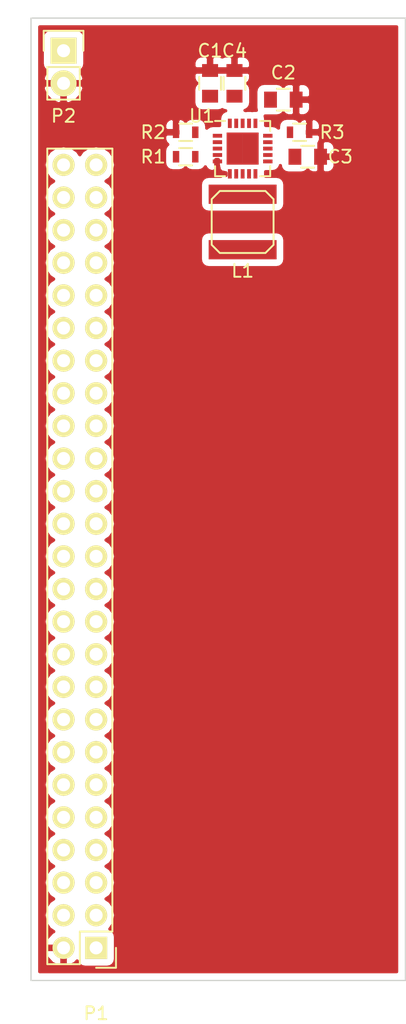
<source format=kicad_pcb>
(kicad_pcb (version 4) (host pcbnew "(2015-06-16 BZR 5762, Git d3b3131)-product")

  (general
    (links 29)
    (no_connects 21)
    (area 0 0 0 0)
    (thickness 1.6)
    (drawings 5)
    (tracks 0)
    (zones 0)
    (modules 11)
    (nets 60)
  )

  (page A4)
  (layers
    (0 F.Cu signal)
    (31 B.Cu signal)
    (32 B.Adhes user)
    (33 F.Adhes user)
    (34 B.Paste user)
    (35 F.Paste user)
    (36 B.SilkS user)
    (37 F.SilkS user)
    (38 B.Mask user)
    (39 F.Mask user)
    (40 Dwgs.User user)
    (41 Cmts.User user)
    (42 Eco1.User user)
    (43 Eco2.User user)
    (44 Edge.Cuts user)
    (45 Margin user)
    (46 B.CrtYd user)
    (47 F.CrtYd user)
    (48 B.Fab user)
    (49 F.Fab user)
  )

  (setup
    (last_trace_width 0.25)
    (user_trace_width 0.5)
    (user_trace_width 0.75)
    (trace_clearance 0.2)
    (zone_clearance 0.508)
    (zone_45_only no)
    (trace_min 0.2)
    (segment_width 0.2)
    (edge_width 0.1)
    (via_size 0.6)
    (via_drill 0.4)
    (via_min_size 0.4)
    (via_min_drill 0.3)
    (uvia_size 0.3)
    (uvia_drill 0.1)
    (uvias_allowed no)
    (uvia_min_size 0.2)
    (uvia_min_drill 0.1)
    (pcb_text_width 0.3)
    (pcb_text_size 1.5 1.5)
    (mod_edge_width 0.15)
    (mod_text_size 1 1)
    (mod_text_width 0.15)
    (pad_size 1.5 1.5)
    (pad_drill 0.6)
    (pad_to_mask_clearance 0)
    (aux_axis_origin 0 0)
    (visible_elements FFFEFF7F)
    (pcbplotparams
      (layerselection 0x00030_80000001)
      (usegerberextensions false)
      (excludeedgelayer true)
      (linewidth 0.100000)
      (plotframeref false)
      (viasonmask false)
      (mode 1)
      (useauxorigin false)
      (hpglpennumber 1)
      (hpglpenspeed 20)
      (hpglpendiameter 15)
      (hpglpenoverlay 2)
      (psnegative false)
      (psa4output false)
      (plotreference true)
      (plotvalue true)
      (plotinvisibletext false)
      (padsonsilk false)
      (subtractmaskfromsilk false)
      (outputformat 1)
      (mirror false)
      (drillshape 1)
      (scaleselection 1)
      (outputdirectory ""))
  )

  (net 0 "")
  (net 1 "Net-(C1-Pad1)")
  (net 2 GND)
  (net 3 "Net-(C2-Pad1)")
  (net 4 "Net-(C3-Pad1)")
  (net 5 VDD)
  (net 6 "Net-(L1-Pad2)")
  (net 7 "Net-(P1-Pad1)")
  (net 8 "Net-(P1-Pad4)")
  (net 9 "Net-(P1-Pad5)")
  (net 10 "Net-(P1-Pad6)")
  (net 11 "Net-(P1-Pad7)")
  (net 12 "Net-(P1-Pad8)")
  (net 13 "Net-(P1-Pad9)")
  (net 14 "Net-(P1-Pad10)")
  (net 15 "Net-(P1-Pad11)")
  (net 16 "Net-(P1-Pad12)")
  (net 17 "Net-(P1-Pad13)")
  (net 18 "Net-(P1-Pad14)")
  (net 19 "Net-(P1-Pad15)")
  (net 20 "Net-(P1-Pad16)")
  (net 21 "Net-(P1-Pad17)")
  (net 22 "Net-(P1-Pad18)")
  (net 23 "Net-(P1-Pad19)")
  (net 24 "Net-(P1-Pad20)")
  (net 25 "Net-(P1-Pad21)")
  (net 26 "Net-(P1-Pad22)")
  (net 27 "Net-(P1-Pad23)")
  (net 28 "Net-(P1-Pad24)")
  (net 29 "Net-(P1-Pad25)")
  (net 30 "Net-(P1-Pad26)")
  (net 31 "Net-(P1-Pad27)")
  (net 32 "Net-(P1-Pad28)")
  (net 33 "Net-(P1-Pad29)")
  (net 34 "Net-(P1-Pad30)")
  (net 35 "Net-(P1-Pad31)")
  (net 36 "Net-(P1-Pad32)")
  (net 37 "Net-(P1-Pad33)")
  (net 38 "Net-(P1-Pad34)")
  (net 39 "Net-(P1-Pad35)")
  (net 40 "Net-(P1-Pad36)")
  (net 41 "Net-(P1-Pad37)")
  (net 42 "Net-(P1-Pad38)")
  (net 43 "Net-(P1-Pad39)")
  (net 44 "Net-(P1-Pad40)")
  (net 45 "Net-(P1-Pad41)")
  (net 46 "Net-(P1-Pad42)")
  (net 47 "Net-(P1-Pad43)")
  (net 48 "Net-(P1-Pad44)")
  (net 49 "Net-(P1-Pad45)")
  (net 50 "Net-(P1-Pad46)")
  (net 51 "Net-(P1-Pad47)")
  (net 52 "Net-(P1-Pad48)")
  (net 53 "Net-(P1-Pad49)")
  (net 54 "Net-(P1-Pad50)")
  (net 55 "Net-(P2-Pad1)")
  (net 56 "Net-(R1-Pad1)")
  (net 57 "Net-(R1-Pad2)")
  (net 58 "Net-(R3-Pad2)")
  (net 59 "Net-(U1-Pad9)")

  (net_class Default "This is the default net class."
    (clearance 0.2)
    (trace_width 0.25)
    (via_dia 0.6)
    (via_drill 0.4)
    (uvia_dia 0.3)
    (uvia_drill 0.1)
    (add_net GND)
    (add_net "Net-(C1-Pad1)")
    (add_net "Net-(C2-Pad1)")
    (add_net "Net-(C3-Pad1)")
    (add_net "Net-(L1-Pad2)")
    (add_net "Net-(P1-Pad1)")
    (add_net "Net-(P1-Pad10)")
    (add_net "Net-(P1-Pad11)")
    (add_net "Net-(P1-Pad12)")
    (add_net "Net-(P1-Pad13)")
    (add_net "Net-(P1-Pad14)")
    (add_net "Net-(P1-Pad15)")
    (add_net "Net-(P1-Pad16)")
    (add_net "Net-(P1-Pad17)")
    (add_net "Net-(P1-Pad18)")
    (add_net "Net-(P1-Pad19)")
    (add_net "Net-(P1-Pad20)")
    (add_net "Net-(P1-Pad21)")
    (add_net "Net-(P1-Pad22)")
    (add_net "Net-(P1-Pad23)")
    (add_net "Net-(P1-Pad24)")
    (add_net "Net-(P1-Pad25)")
    (add_net "Net-(P1-Pad26)")
    (add_net "Net-(P1-Pad27)")
    (add_net "Net-(P1-Pad28)")
    (add_net "Net-(P1-Pad29)")
    (add_net "Net-(P1-Pad30)")
    (add_net "Net-(P1-Pad31)")
    (add_net "Net-(P1-Pad32)")
    (add_net "Net-(P1-Pad33)")
    (add_net "Net-(P1-Pad34)")
    (add_net "Net-(P1-Pad35)")
    (add_net "Net-(P1-Pad36)")
    (add_net "Net-(P1-Pad37)")
    (add_net "Net-(P1-Pad38)")
    (add_net "Net-(P1-Pad39)")
    (add_net "Net-(P1-Pad4)")
    (add_net "Net-(P1-Pad40)")
    (add_net "Net-(P1-Pad41)")
    (add_net "Net-(P1-Pad42)")
    (add_net "Net-(P1-Pad43)")
    (add_net "Net-(P1-Pad44)")
    (add_net "Net-(P1-Pad45)")
    (add_net "Net-(P1-Pad46)")
    (add_net "Net-(P1-Pad47)")
    (add_net "Net-(P1-Pad48)")
    (add_net "Net-(P1-Pad49)")
    (add_net "Net-(P1-Pad5)")
    (add_net "Net-(P1-Pad50)")
    (add_net "Net-(P1-Pad6)")
    (add_net "Net-(P1-Pad7)")
    (add_net "Net-(P1-Pad8)")
    (add_net "Net-(P1-Pad9)")
    (add_net "Net-(P2-Pad1)")
    (add_net "Net-(R1-Pad1)")
    (add_net "Net-(R1-Pad2)")
    (add_net "Net-(R3-Pad2)")
    (add_net "Net-(U1-Pad9)")
    (add_net VDD)
  )

  (module Capacitors_SMD:C_0805 (layer F.Cu) (tedit 55E867D5) (tstamp 55E858A5)
    (at 154.94 86.36 90)
    (descr "Capacitor SMD 0805, reflow soldering, AVX (see smccp.pdf)")
    (tags "capacitor 0805")
    (path /55E80CF7)
    (attr smd)
    (fp_text reference C1 (at 2.54 0 180) (layer F.SilkS)
      (effects (font (size 1 1) (thickness 0.15)))
    )
    (fp_text value C (at 0 2.1 90) (layer F.Fab)
      (effects (font (size 1 1) (thickness 0.15)))
    )
    (fp_line (start -1.8 -1) (end 1.8 -1) (layer F.CrtYd) (width 0.05))
    (fp_line (start -1.8 1) (end 1.8 1) (layer F.CrtYd) (width 0.05))
    (fp_line (start -1.8 -1) (end -1.8 1) (layer F.CrtYd) (width 0.05))
    (fp_line (start 1.8 -1) (end 1.8 1) (layer F.CrtYd) (width 0.05))
    (fp_line (start 0.5 -0.85) (end -0.5 -0.85) (layer F.SilkS) (width 0.15))
    (fp_line (start -0.5 0.85) (end 0.5 0.85) (layer F.SilkS) (width 0.15))
    (pad 1 smd rect (at -1 0 90) (size 1 1.25) (layers F.Cu F.Paste F.Mask)
      (net 1 "Net-(C1-Pad1)"))
    (pad 2 smd rect (at 1 0 90) (size 1 1.25) (layers F.Cu F.Paste F.Mask)
      (net 2 GND))
    (model Capacitors_SMD.3dshapes/C_0805.wrl
      (at (xyz 0 0 0))
      (scale (xyz 1 1 1))
      (rotate (xyz 0 0 0))
    )
  )

  (module Capacitors_SMD:C_0805 (layer F.Cu) (tedit 5415D6EA) (tstamp 55E858AB)
    (at 160.655 87.63)
    (descr "Capacitor SMD 0805, reflow soldering, AVX (see smccp.pdf)")
    (tags "capacitor 0805")
    (path /55E80B53)
    (attr smd)
    (fp_text reference C2 (at 0 -2.1) (layer F.SilkS)
      (effects (font (size 1 1) (thickness 0.15)))
    )
    (fp_text value C (at 0 2.1) (layer F.Fab)
      (effects (font (size 1 1) (thickness 0.15)))
    )
    (fp_line (start -1.8 -1) (end 1.8 -1) (layer F.CrtYd) (width 0.05))
    (fp_line (start -1.8 1) (end 1.8 1) (layer F.CrtYd) (width 0.05))
    (fp_line (start -1.8 -1) (end -1.8 1) (layer F.CrtYd) (width 0.05))
    (fp_line (start 1.8 -1) (end 1.8 1) (layer F.CrtYd) (width 0.05))
    (fp_line (start 0.5 -0.85) (end -0.5 -0.85) (layer F.SilkS) (width 0.15))
    (fp_line (start -0.5 0.85) (end 0.5 0.85) (layer F.SilkS) (width 0.15))
    (pad 1 smd rect (at -1 0) (size 1 1.25) (layers F.Cu F.Paste F.Mask)
      (net 3 "Net-(C2-Pad1)"))
    (pad 2 smd rect (at 1 0) (size 1 1.25) (layers F.Cu F.Paste F.Mask)
      (net 2 GND))
    (model Capacitors_SMD.3dshapes/C_0805.wrl
      (at (xyz 0 0 0))
      (scale (xyz 1 1 1))
      (rotate (xyz 0 0 0))
    )
  )

  (module Capacitors_SMD:C_0805 (layer F.Cu) (tedit 55E867EF) (tstamp 55E858B1)
    (at 162.56 92.075)
    (descr "Capacitor SMD 0805, reflow soldering, AVX (see smccp.pdf)")
    (tags "capacitor 0805")
    (path /55E84A4E)
    (attr smd)
    (fp_text reference C3 (at 2.54 0) (layer F.SilkS)
      (effects (font (size 1 1) (thickness 0.15)))
    )
    (fp_text value C (at 0 2.1) (layer F.Fab)
      (effects (font (size 1 1) (thickness 0.15)))
    )
    (fp_line (start -1.8 -1) (end 1.8 -1) (layer F.CrtYd) (width 0.05))
    (fp_line (start -1.8 1) (end 1.8 1) (layer F.CrtYd) (width 0.05))
    (fp_line (start -1.8 -1) (end -1.8 1) (layer F.CrtYd) (width 0.05))
    (fp_line (start 1.8 -1) (end 1.8 1) (layer F.CrtYd) (width 0.05))
    (fp_line (start 0.5 -0.85) (end -0.5 -0.85) (layer F.SilkS) (width 0.15))
    (fp_line (start -0.5 0.85) (end 0.5 0.85) (layer F.SilkS) (width 0.15))
    (pad 1 smd rect (at -1 0) (size 1 1.25) (layers F.Cu F.Paste F.Mask)
      (net 4 "Net-(C3-Pad1)"))
    (pad 2 smd rect (at 1 0) (size 1 1.25) (layers F.Cu F.Paste F.Mask)
      (net 2 GND))
    (model Capacitors_SMD.3dshapes/C_0805.wrl
      (at (xyz 0 0 0))
      (scale (xyz 1 1 1))
      (rotate (xyz 0 0 0))
    )
  )

  (module Capacitors_SMD:C_0805 (layer F.Cu) (tedit 55E867D2) (tstamp 55E858B7)
    (at 156.845 86.36 90)
    (descr "Capacitor SMD 0805, reflow soldering, AVX (see smccp.pdf)")
    (tags "capacitor 0805")
    (path /55E8645A)
    (attr smd)
    (fp_text reference C4 (at 2.54 0 180) (layer F.SilkS)
      (effects (font (size 1 1) (thickness 0.15)))
    )
    (fp_text value C (at 0 2.1 90) (layer F.Fab)
      (effects (font (size 1 1) (thickness 0.15)))
    )
    (fp_line (start -1.8 -1) (end 1.8 -1) (layer F.CrtYd) (width 0.05))
    (fp_line (start -1.8 1) (end 1.8 1) (layer F.CrtYd) (width 0.05))
    (fp_line (start -1.8 -1) (end -1.8 1) (layer F.CrtYd) (width 0.05))
    (fp_line (start 1.8 -1) (end 1.8 1) (layer F.CrtYd) (width 0.05))
    (fp_line (start 0.5 -0.85) (end -0.5 -0.85) (layer F.SilkS) (width 0.15))
    (fp_line (start -0.5 0.85) (end 0.5 0.85) (layer F.SilkS) (width 0.15))
    (pad 1 smd rect (at -1 0 90) (size 1 1.25) (layers F.Cu F.Paste F.Mask)
      (net 5 VDD))
    (pad 2 smd rect (at 1 0 90) (size 1 1.25) (layers F.Cu F.Paste F.Mask)
      (net 2 GND))
    (model Capacitors_SMD.3dshapes/C_0805.wrl
      (at (xyz 0 0 0))
      (scale (xyz 1 1 1))
      (rotate (xyz 0 0 0))
    )
  )

  (module Inductors:SELF-WE-TPC_M (layer F.Cu) (tedit 55E86816) (tstamp 55E858BD)
    (at 157.48 97.155 90)
    (descr "SELF WE-TPC/M")
    (path /55E80F7F)
    (attr smd)
    (fp_text reference L1 (at -3.81 0 180) (layer F.SilkS)
      (effects (font (size 1 1) (thickness 0.15)))
    )
    (fp_text value INDUCTOR (at 0.8001 0 180) (layer F.Fab)
      (effects (font (size 1 1) (thickness 0.15)))
    )
    (fp_line (start 0 -2.413) (end 1.778 -2.413) (layer F.SilkS) (width 0.15))
    (fp_line (start 1.778 -2.413) (end 2.413 -1.778) (layer F.SilkS) (width 0.15))
    (fp_line (start 2.413 -1.778) (end 2.413 1.778) (layer F.SilkS) (width 0.15))
    (fp_line (start 2.413 1.778) (end 1.778 2.413) (layer F.SilkS) (width 0.15))
    (fp_line (start 1.778 2.413) (end -1.778 2.413) (layer F.SilkS) (width 0.15))
    (fp_line (start -1.778 2.413) (end -2.413 1.778) (layer F.SilkS) (width 0.15))
    (fp_line (start -2.413 1.778) (end -2.413 -1.778) (layer F.SilkS) (width 0.15))
    (fp_line (start -2.413 -1.778) (end -1.778 -2.413) (layer F.SilkS) (width 0.15))
    (fp_line (start -1.778 -2.413) (end 0 -2.413) (layer F.SilkS) (width 0.15))
    (pad 1 smd rect (at -2.159 0 90) (size 1.50114 5.30098) (layers F.Cu F.Paste F.Mask)
      (net 5 VDD))
    (pad 2 smd rect (at 2.159 0 90) (size 1.50114 5.30098) (layers F.Cu F.Paste F.Mask)
      (net 6 "Net-(L1-Pad2)"))
    (model Inductors.3dshapes/SELF-WE-TPC_M.wrl
      (at (xyz 0 0 0))
      (scale (xyz 0.4 0.4 0.1))
      (rotate (xyz 0 0 0))
    )
  )

  (module Pin_Headers:Pin_Header_Straight_2x25 (layer F.Cu) (tedit 0) (tstamp 55E858F3)
    (at 146.05 153.67 180)
    (descr "Through hole pin header")
    (tags "pin header")
    (path /55E80B18)
    (fp_text reference P1 (at 0 -5.1 180) (layer F.SilkS)
      (effects (font (size 1 1) (thickness 0.15)))
    )
    (fp_text value CONN_02X25 (at 0 -3.1 180) (layer F.Fab)
      (effects (font (size 1 1) (thickness 0.15)))
    )
    (fp_line (start -1.75 -1.75) (end -1.75 62.75) (layer F.CrtYd) (width 0.05))
    (fp_line (start 4.3 -1.75) (end 4.3 62.75) (layer F.CrtYd) (width 0.05))
    (fp_line (start -1.75 -1.75) (end 4.3 -1.75) (layer F.CrtYd) (width 0.05))
    (fp_line (start -1.75 62.75) (end 4.3 62.75) (layer F.CrtYd) (width 0.05))
    (fp_line (start -1.27 1.27) (end -1.27 62.23) (layer F.SilkS) (width 0.15))
    (fp_line (start 3.81 62.23) (end 3.81 -1.27) (layer F.SilkS) (width 0.15))
    (fp_line (start 3.81 62.23) (end -1.27 62.23) (layer F.SilkS) (width 0.15))
    (fp_line (start 3.81 -1.27) (end 1.27 -1.27) (layer F.SilkS) (width 0.15))
    (fp_line (start 0 -1.55) (end -1.55 -1.55) (layer F.SilkS) (width 0.15))
    (fp_line (start 1.27 -1.27) (end 1.27 1.27) (layer F.SilkS) (width 0.15))
    (fp_line (start 1.27 1.27) (end -1.27 1.27) (layer F.SilkS) (width 0.15))
    (fp_line (start -1.55 -1.55) (end -1.55 0) (layer F.SilkS) (width 0.15))
    (pad 1 thru_hole rect (at 0 0 180) (size 1.7272 1.7272) (drill 1.016) (layers *.Cu *.Mask F.SilkS)
      (net 7 "Net-(P1-Pad1)"))
    (pad 2 thru_hole oval (at 2.54 0 180) (size 1.7272 1.7272) (drill 1.016) (layers *.Cu *.Mask F.SilkS)
      (net 2 GND))
    (pad 3 thru_hole oval (at 0 2.54 180) (size 1.7272 1.7272) (drill 1.016) (layers *.Cu *.Mask F.SilkS)
      (net 5 VDD))
    (pad 4 thru_hole oval (at 2.54 2.54 180) (size 1.7272 1.7272) (drill 1.016) (layers *.Cu *.Mask F.SilkS)
      (net 8 "Net-(P1-Pad4)"))
    (pad 5 thru_hole oval (at 0 5.08 180) (size 1.7272 1.7272) (drill 1.016) (layers *.Cu *.Mask F.SilkS)
      (net 9 "Net-(P1-Pad5)"))
    (pad 6 thru_hole oval (at 2.54 5.08 180) (size 1.7272 1.7272) (drill 1.016) (layers *.Cu *.Mask F.SilkS)
      (net 10 "Net-(P1-Pad6)"))
    (pad 7 thru_hole oval (at 0 7.62 180) (size 1.7272 1.7272) (drill 1.016) (layers *.Cu *.Mask F.SilkS)
      (net 11 "Net-(P1-Pad7)"))
    (pad 8 thru_hole oval (at 2.54 7.62 180) (size 1.7272 1.7272) (drill 1.016) (layers *.Cu *.Mask F.SilkS)
      (net 12 "Net-(P1-Pad8)"))
    (pad 9 thru_hole oval (at 0 10.16 180) (size 1.7272 1.7272) (drill 1.016) (layers *.Cu *.Mask F.SilkS)
      (net 13 "Net-(P1-Pad9)"))
    (pad 10 thru_hole oval (at 2.54 10.16 180) (size 1.7272 1.7272) (drill 1.016) (layers *.Cu *.Mask F.SilkS)
      (net 14 "Net-(P1-Pad10)"))
    (pad 11 thru_hole oval (at 0 12.7 180) (size 1.7272 1.7272) (drill 1.016) (layers *.Cu *.Mask F.SilkS)
      (net 15 "Net-(P1-Pad11)"))
    (pad 12 thru_hole oval (at 2.54 12.7 180) (size 1.7272 1.7272) (drill 1.016) (layers *.Cu *.Mask F.SilkS)
      (net 16 "Net-(P1-Pad12)"))
    (pad 13 thru_hole oval (at 0 15.24 180) (size 1.7272 1.7272) (drill 1.016) (layers *.Cu *.Mask F.SilkS)
      (net 17 "Net-(P1-Pad13)"))
    (pad 14 thru_hole oval (at 2.54 15.24 180) (size 1.7272 1.7272) (drill 1.016) (layers *.Cu *.Mask F.SilkS)
      (net 18 "Net-(P1-Pad14)"))
    (pad 15 thru_hole oval (at 0 17.78 180) (size 1.7272 1.7272) (drill 1.016) (layers *.Cu *.Mask F.SilkS)
      (net 19 "Net-(P1-Pad15)"))
    (pad 16 thru_hole oval (at 2.54 17.78 180) (size 1.7272 1.7272) (drill 1.016) (layers *.Cu *.Mask F.SilkS)
      (net 20 "Net-(P1-Pad16)"))
    (pad 17 thru_hole oval (at 0 20.32 180) (size 1.7272 1.7272) (drill 1.016) (layers *.Cu *.Mask F.SilkS)
      (net 21 "Net-(P1-Pad17)"))
    (pad 18 thru_hole oval (at 2.54 20.32 180) (size 1.7272 1.7272) (drill 1.016) (layers *.Cu *.Mask F.SilkS)
      (net 22 "Net-(P1-Pad18)"))
    (pad 19 thru_hole oval (at 0 22.86 180) (size 1.7272 1.7272) (drill 1.016) (layers *.Cu *.Mask F.SilkS)
      (net 23 "Net-(P1-Pad19)"))
    (pad 20 thru_hole oval (at 2.54 22.86 180) (size 1.7272 1.7272) (drill 1.016) (layers *.Cu *.Mask F.SilkS)
      (net 24 "Net-(P1-Pad20)"))
    (pad 21 thru_hole oval (at 0 25.4 180) (size 1.7272 1.7272) (drill 1.016) (layers *.Cu *.Mask F.SilkS)
      (net 25 "Net-(P1-Pad21)"))
    (pad 22 thru_hole oval (at 2.54 25.4 180) (size 1.7272 1.7272) (drill 1.016) (layers *.Cu *.Mask F.SilkS)
      (net 26 "Net-(P1-Pad22)"))
    (pad 23 thru_hole oval (at 0 27.94 180) (size 1.7272 1.7272) (drill 1.016) (layers *.Cu *.Mask F.SilkS)
      (net 27 "Net-(P1-Pad23)"))
    (pad 24 thru_hole oval (at 2.54 27.94 180) (size 1.7272 1.7272) (drill 1.016) (layers *.Cu *.Mask F.SilkS)
      (net 28 "Net-(P1-Pad24)"))
    (pad 25 thru_hole oval (at 0 30.48 180) (size 1.7272 1.7272) (drill 1.016) (layers *.Cu *.Mask F.SilkS)
      (net 29 "Net-(P1-Pad25)"))
    (pad 26 thru_hole oval (at 2.54 30.48 180) (size 1.7272 1.7272) (drill 1.016) (layers *.Cu *.Mask F.SilkS)
      (net 30 "Net-(P1-Pad26)"))
    (pad 27 thru_hole oval (at 0 33.02 180) (size 1.7272 1.7272) (drill 1.016) (layers *.Cu *.Mask F.SilkS)
      (net 31 "Net-(P1-Pad27)"))
    (pad 28 thru_hole oval (at 2.54 33.02 180) (size 1.7272 1.7272) (drill 1.016) (layers *.Cu *.Mask F.SilkS)
      (net 32 "Net-(P1-Pad28)"))
    (pad 29 thru_hole oval (at 0 35.56 180) (size 1.7272 1.7272) (drill 1.016) (layers *.Cu *.Mask F.SilkS)
      (net 33 "Net-(P1-Pad29)"))
    (pad 30 thru_hole oval (at 2.54 35.56 180) (size 1.7272 1.7272) (drill 1.016) (layers *.Cu *.Mask F.SilkS)
      (net 34 "Net-(P1-Pad30)"))
    (pad 31 thru_hole oval (at 0 38.1 180) (size 1.7272 1.7272) (drill 1.016) (layers *.Cu *.Mask F.SilkS)
      (net 35 "Net-(P1-Pad31)"))
    (pad 32 thru_hole oval (at 2.54 38.1 180) (size 1.7272 1.7272) (drill 1.016) (layers *.Cu *.Mask F.SilkS)
      (net 36 "Net-(P1-Pad32)"))
    (pad 33 thru_hole oval (at 0 40.64 180) (size 1.7272 1.7272) (drill 1.016) (layers *.Cu *.Mask F.SilkS)
      (net 37 "Net-(P1-Pad33)"))
    (pad 34 thru_hole oval (at 2.54 40.64 180) (size 1.7272 1.7272) (drill 1.016) (layers *.Cu *.Mask F.SilkS)
      (net 38 "Net-(P1-Pad34)"))
    (pad 35 thru_hole oval (at 0 43.18 180) (size 1.7272 1.7272) (drill 1.016) (layers *.Cu *.Mask F.SilkS)
      (net 39 "Net-(P1-Pad35)"))
    (pad 36 thru_hole oval (at 2.54 43.18 180) (size 1.7272 1.7272) (drill 1.016) (layers *.Cu *.Mask F.SilkS)
      (net 40 "Net-(P1-Pad36)"))
    (pad 37 thru_hole oval (at 0 45.72 180) (size 1.7272 1.7272) (drill 1.016) (layers *.Cu *.Mask F.SilkS)
      (net 41 "Net-(P1-Pad37)"))
    (pad 38 thru_hole oval (at 2.54 45.72 180) (size 1.7272 1.7272) (drill 1.016) (layers *.Cu *.Mask F.SilkS)
      (net 42 "Net-(P1-Pad38)"))
    (pad 39 thru_hole oval (at 0 48.26 180) (size 1.7272 1.7272) (drill 1.016) (layers *.Cu *.Mask F.SilkS)
      (net 43 "Net-(P1-Pad39)"))
    (pad 40 thru_hole oval (at 2.54 48.26 180) (size 1.7272 1.7272) (drill 1.016) (layers *.Cu *.Mask F.SilkS)
      (net 44 "Net-(P1-Pad40)"))
    (pad 41 thru_hole oval (at 0 50.8 180) (size 1.7272 1.7272) (drill 1.016) (layers *.Cu *.Mask F.SilkS)
      (net 45 "Net-(P1-Pad41)"))
    (pad 42 thru_hole oval (at 2.54 50.8 180) (size 1.7272 1.7272) (drill 1.016) (layers *.Cu *.Mask F.SilkS)
      (net 46 "Net-(P1-Pad42)"))
    (pad 43 thru_hole oval (at 0 53.34 180) (size 1.7272 1.7272) (drill 1.016) (layers *.Cu *.Mask F.SilkS)
      (net 47 "Net-(P1-Pad43)"))
    (pad 44 thru_hole oval (at 2.54 53.34 180) (size 1.7272 1.7272) (drill 1.016) (layers *.Cu *.Mask F.SilkS)
      (net 48 "Net-(P1-Pad44)"))
    (pad 45 thru_hole oval (at 0 55.88 180) (size 1.7272 1.7272) (drill 1.016) (layers *.Cu *.Mask F.SilkS)
      (net 49 "Net-(P1-Pad45)"))
    (pad 46 thru_hole oval (at 2.54 55.88 180) (size 1.7272 1.7272) (drill 1.016) (layers *.Cu *.Mask F.SilkS)
      (net 50 "Net-(P1-Pad46)"))
    (pad 47 thru_hole oval (at 0 58.42 180) (size 1.7272 1.7272) (drill 1.016) (layers *.Cu *.Mask F.SilkS)
      (net 51 "Net-(P1-Pad47)"))
    (pad 48 thru_hole oval (at 2.54 58.42 180) (size 1.7272 1.7272) (drill 1.016) (layers *.Cu *.Mask F.SilkS)
      (net 52 "Net-(P1-Pad48)"))
    (pad 49 thru_hole oval (at 0 60.96 180) (size 1.7272 1.7272) (drill 1.016) (layers *.Cu *.Mask F.SilkS)
      (net 53 "Net-(P1-Pad49)"))
    (pad 50 thru_hole oval (at 2.54 60.96 180) (size 1.7272 1.7272) (drill 1.016) (layers *.Cu *.Mask F.SilkS)
      (net 54 "Net-(P1-Pad50)"))
    (model Pin_Headers.3dshapes/Pin_Header_Straight_2x25.wrl
      (at (xyz 0.05 -1.2 0))
      (scale (xyz 1 1 1))
      (rotate (xyz 0 0 90))
    )
  )

  (module Pin_Headers:Pin_Header_Straight_1x02 (layer F.Cu) (tedit 55E86B7C) (tstamp 55E858F9)
    (at 143.51 83.82)
    (descr "Through hole pin header")
    (tags "pin header")
    (path /55E81D8D)
    (fp_text reference P2 (at 0 5.08) (layer F.SilkS)
      (effects (font (size 1 1) (thickness 0.15)))
    )
    (fp_text value CONN_01X02 (at 0 -3.1) (layer F.Fab)
      (effects (font (size 1 1) (thickness 0.15)))
    )
    (fp_line (start 1.27 1.27) (end 1.27 3.81) (layer F.SilkS) (width 0.15))
    (fp_line (start 1.55 -1.55) (end 1.55 0) (layer F.SilkS) (width 0.15))
    (fp_line (start -1.75 -1.75) (end -1.75 4.3) (layer F.CrtYd) (width 0.05))
    (fp_line (start 1.75 -1.75) (end 1.75 4.3) (layer F.CrtYd) (width 0.05))
    (fp_line (start -1.75 -1.75) (end 1.75 -1.75) (layer F.CrtYd) (width 0.05))
    (fp_line (start -1.75 4.3) (end 1.75 4.3) (layer F.CrtYd) (width 0.05))
    (fp_line (start 1.27 1.27) (end -1.27 1.27) (layer F.SilkS) (width 0.15))
    (fp_line (start -1.55 0) (end -1.55 -1.55) (layer F.SilkS) (width 0.15))
    (fp_line (start -1.55 -1.55) (end 1.55 -1.55) (layer F.SilkS) (width 0.15))
    (fp_line (start -1.27 1.27) (end -1.27 3.81) (layer F.SilkS) (width 0.15))
    (fp_line (start -1.27 3.81) (end 1.27 3.81) (layer F.SilkS) (width 0.15))
    (pad 1 thru_hole rect (at 0 0) (size 2.032 2.032) (drill 1.016) (layers *.Cu *.Mask F.SilkS)
      (net 55 "Net-(P2-Pad1)"))
    (pad 2 thru_hole oval (at 0 2.54) (size 2.032 2.032) (drill 1.016) (layers *.Cu *.Mask F.SilkS)
      (net 2 GND))
    (model Pin_Headers.3dshapes/Pin_Header_Straight_1x02.wrl
      (at (xyz 0 -0.05 0))
      (scale (xyz 1 1 1))
      (rotate (xyz 0 0 90))
    )
  )

  (module Resistors_SMD:R_0603 (layer F.Cu) (tedit 55E86656) (tstamp 55E858FF)
    (at 153.035 92.075)
    (descr "Resistor SMD 0603, reflow soldering, Vishay (see dcrcw.pdf)")
    (tags "resistor 0603")
    (path /55E80A94)
    (attr smd)
    (fp_text reference R1 (at -2.54 0) (layer F.SilkS)
      (effects (font (size 1 1) (thickness 0.15)))
    )
    (fp_text value R (at 0 1.9) (layer F.Fab)
      (effects (font (size 1 1) (thickness 0.15)))
    )
    (fp_line (start -1.3 -0.8) (end 1.3 -0.8) (layer F.CrtYd) (width 0.05))
    (fp_line (start -1.3 0.8) (end 1.3 0.8) (layer F.CrtYd) (width 0.05))
    (fp_line (start -1.3 -0.8) (end -1.3 0.8) (layer F.CrtYd) (width 0.05))
    (fp_line (start 1.3 -0.8) (end 1.3 0.8) (layer F.CrtYd) (width 0.05))
    (fp_line (start 0.5 0.675) (end -0.5 0.675) (layer F.SilkS) (width 0.15))
    (fp_line (start -0.5 -0.675) (end 0.5 -0.675) (layer F.SilkS) (width 0.15))
    (pad 1 smd rect (at -0.75 0) (size 0.5 0.9) (layers F.Cu F.Paste F.Mask)
      (net 56 "Net-(R1-Pad1)"))
    (pad 2 smd rect (at 0.75 0) (size 0.5 0.9) (layers F.Cu F.Paste F.Mask)
      (net 57 "Net-(R1-Pad2)"))
    (model Resistors_SMD.3dshapes/R_0603.wrl
      (at (xyz 0 0 0))
      (scale (xyz 1 1 1))
      (rotate (xyz 0 0 0))
    )
  )

  (module Resistors_SMD:R_0603 (layer F.Cu) (tedit 55E8665E) (tstamp 55E85905)
    (at 153.035 90.17 180)
    (descr "Resistor SMD 0603, reflow soldering, Vishay (see dcrcw.pdf)")
    (tags "resistor 0603")
    (path /55E80983)
    (attr smd)
    (fp_text reference R2 (at 2.54 0 180) (layer F.SilkS)
      (effects (font (size 1 1) (thickness 0.15)))
    )
    (fp_text value R (at 0 1.9 180) (layer F.Fab)
      (effects (font (size 1 1) (thickness 0.15)))
    )
    (fp_line (start -1.3 -0.8) (end 1.3 -0.8) (layer F.CrtYd) (width 0.05))
    (fp_line (start -1.3 0.8) (end 1.3 0.8) (layer F.CrtYd) (width 0.05))
    (fp_line (start -1.3 -0.8) (end -1.3 0.8) (layer F.CrtYd) (width 0.05))
    (fp_line (start 1.3 -0.8) (end 1.3 0.8) (layer F.CrtYd) (width 0.05))
    (fp_line (start 0.5 0.675) (end -0.5 0.675) (layer F.SilkS) (width 0.15))
    (fp_line (start -0.5 -0.675) (end 0.5 -0.675) (layer F.SilkS) (width 0.15))
    (pad 1 smd rect (at -0.75 0 180) (size 0.5 0.9) (layers F.Cu F.Paste F.Mask)
      (net 57 "Net-(R1-Pad2)"))
    (pad 2 smd rect (at 0.75 0 180) (size 0.5 0.9) (layers F.Cu F.Paste F.Mask)
      (net 2 GND))
    (model Resistors_SMD.3dshapes/R_0603.wrl
      (at (xyz 0 0 0))
      (scale (xyz 1 1 1))
      (rotate (xyz 0 0 0))
    )
  )

  (module Resistors_SMD:R_0603 (layer F.Cu) (tedit 55E867F3) (tstamp 55E8590B)
    (at 161.925 90.17 180)
    (descr "Resistor SMD 0603, reflow soldering, Vishay (see dcrcw.pdf)")
    (tags "resistor 0603")
    (path /55E809C6)
    (attr smd)
    (fp_text reference R3 (at -2.54 0 180) (layer F.SilkS)
      (effects (font (size 1 1) (thickness 0.15)))
    )
    (fp_text value R (at 0 1.9 180) (layer F.Fab)
      (effects (font (size 1 1) (thickness 0.15)))
    )
    (fp_line (start -1.3 -0.8) (end 1.3 -0.8) (layer F.CrtYd) (width 0.05))
    (fp_line (start -1.3 0.8) (end 1.3 0.8) (layer F.CrtYd) (width 0.05))
    (fp_line (start -1.3 -0.8) (end -1.3 0.8) (layer F.CrtYd) (width 0.05))
    (fp_line (start 1.3 -0.8) (end 1.3 0.8) (layer F.CrtYd) (width 0.05))
    (fp_line (start 0.5 0.675) (end -0.5 0.675) (layer F.SilkS) (width 0.15))
    (fp_line (start -0.5 -0.675) (end 0.5 -0.675) (layer F.SilkS) (width 0.15))
    (pad 1 smd rect (at -0.75 0 180) (size 0.5 0.9) (layers F.Cu F.Paste F.Mask)
      (net 2 GND))
    (pad 2 smd rect (at 0.75 0 180) (size 0.5 0.9) (layers F.Cu F.Paste F.Mask)
      (net 58 "Net-(R3-Pad2)"))
    (model Resistors_SMD.3dshapes/R_0603.wrl
      (at (xyz 0 0 0))
      (scale (xyz 1 1 1))
      (rotate (xyz 0 0 0))
    )
  )

  (module Housings_DFN_QFN:QFN-20-1EP_4x4mm_Pitch0.5mm (layer F.Cu) (tedit 55E867D8) (tstamp 55E85927)
    (at 157.48 91.44)
    (descr "20-Lead Plastic Quad Flat, No Lead Package (ML) - 4x4x0.9 mm Body [QFN]; (see Microchip Packaging Specification 00000049BS.pdf)")
    (tags "QFN 0.5")
    (path /55E8178B)
    (attr smd)
    (fp_text reference U1 (at -3.175 -2.54) (layer F.SilkS)
      (effects (font (size 1 1) (thickness 0.15)))
    )
    (fp_text value DRV8662 (at 0 3.33) (layer F.Fab)
      (effects (font (size 1 1) (thickness 0.15)))
    )
    (fp_line (start -2.6 -2.6) (end -2.6 2.6) (layer F.CrtYd) (width 0.05))
    (fp_line (start 2.6 -2.6) (end 2.6 2.6) (layer F.CrtYd) (width 0.05))
    (fp_line (start -2.6 -2.6) (end 2.6 -2.6) (layer F.CrtYd) (width 0.05))
    (fp_line (start -2.6 2.6) (end 2.6 2.6) (layer F.CrtYd) (width 0.05))
    (fp_line (start 2.15 -2.15) (end 2.15 -1.375) (layer F.SilkS) (width 0.15))
    (fp_line (start -2.15 2.15) (end -2.15 1.375) (layer F.SilkS) (width 0.15))
    (fp_line (start 2.15 2.15) (end 2.15 1.375) (layer F.SilkS) (width 0.15))
    (fp_line (start -2.15 -2.15) (end -1.375 -2.15) (layer F.SilkS) (width 0.15))
    (fp_line (start -2.15 2.15) (end -1.375 2.15) (layer F.SilkS) (width 0.15))
    (fp_line (start 2.15 2.15) (end 1.375 2.15) (layer F.SilkS) (width 0.15))
    (fp_line (start 2.15 -2.15) (end 1.375 -2.15) (layer F.SilkS) (width 0.15))
    (pad 1 smd rect (at -1.965 -1) (size 0.73 0.3) (layers F.Cu F.Paste F.Mask)
      (net 1 "Net-(C1-Pad1)"))
    (pad 2 smd rect (at -1.965 -0.5) (size 0.73 0.3) (layers F.Cu F.Paste F.Mask)
      (net 5 VDD))
    (pad 3 smd rect (at -1.965 0) (size 0.73 0.3) (layers F.Cu F.Paste F.Mask)
      (net 57 "Net-(R1-Pad2)"))
    (pad 4 smd rect (at -1.965 0.5) (size 0.73 0.3) (layers F.Cu F.Paste F.Mask)
      (net 2 GND))
    (pad 5 smd rect (at -1.965 1) (size 0.73 0.3) (layers F.Cu F.Paste F.Mask)
      (net 2 GND))
    (pad 6 smd rect (at -1 1.965 90) (size 0.73 0.3) (layers F.Cu F.Paste F.Mask)
      (net 2 GND))
    (pad 7 smd rect (at -0.5 1.965 90) (size 0.73 0.3) (layers F.Cu F.Paste F.Mask)
      (net 6 "Net-(L1-Pad2)"))
    (pad 8 smd rect (at 0 1.965 90) (size 0.73 0.3) (layers F.Cu F.Paste F.Mask)
      (net 6 "Net-(L1-Pad2)"))
    (pad 9 smd rect (at 0.5 1.965 90) (size 0.73 0.3) (layers F.Cu F.Paste F.Mask)
      (net 59 "Net-(U1-Pad9)"))
    (pad 10 smd rect (at 1 1.965 90) (size 0.73 0.3) (layers F.Cu F.Paste F.Mask)
      (net 56 "Net-(R1-Pad1)"))
    (pad 11 smd rect (at 1.965 1) (size 0.73 0.3) (layers F.Cu F.Paste F.Mask)
      (net 56 "Net-(R1-Pad1)"))
    (pad 12 smd rect (at 1.965 0.5) (size 0.73 0.3) (layers F.Cu F.Paste F.Mask)
      (net 56 "Net-(R1-Pad1)"))
    (pad 13 smd rect (at 1.965 0) (size 0.73 0.3) (layers F.Cu F.Paste F.Mask)
      (net 55 "Net-(P2-Pad1)"))
    (pad 14 smd rect (at 1.965 -0.5) (size 0.73 0.3) (layers F.Cu F.Paste F.Mask)
      (net 4 "Net-(C3-Pad1)"))
    (pad 15 smd rect (at 1.965 -1) (size 0.73 0.3) (layers F.Cu F.Paste F.Mask)
      (net 58 "Net-(R3-Pad2)"))
    (pad 16 smd rect (at 1 -1.965 90) (size 0.73 0.3) (layers F.Cu F.Paste F.Mask)
      (net 3 "Net-(C2-Pad1)"))
    (pad 17 smd rect (at 0.5 -1.965 90) (size 0.73 0.3) (layers F.Cu F.Paste F.Mask)
      (net 44 "Net-(P1-Pad40)"))
    (pad 18 smd rect (at 0 -1.965 90) (size 0.73 0.3) (layers F.Cu F.Paste F.Mask)
      (net 5 VDD))
    (pad 19 smd rect (at -0.5 -1.965 90) (size 0.73 0.3) (layers F.Cu F.Paste F.Mask)
      (net 5 VDD))
    (pad 20 smd rect (at -1 -1.965 90) (size 0.73 0.3) (layers F.Cu F.Paste F.Mask)
      (net 5 VDD))
    (pad 21 smd rect (at 0.625 0.625) (size 1.25 1.25) (layers F.Cu F.Paste F.Mask)
      (solder_paste_margin_ratio -0.2))
    (pad 21 smd rect (at 0.625 -0.625) (size 1.25 1.25) (layers F.Cu F.Paste F.Mask)
      (solder_paste_margin_ratio -0.2))
    (pad 21 smd rect (at -0.625 0.625) (size 1.25 1.25) (layers F.Cu F.Paste F.Mask)
      (solder_paste_margin_ratio -0.2))
    (pad 21 smd rect (at -0.625 -0.625) (size 1.25 1.25) (layers F.Cu F.Paste F.Mask)
      (solder_paste_margin_ratio -0.2))
    (model Housings_DFN_QFN.3dshapes/QFN-20-1EP_4x4mm_Pitch0.5mm.wrl
      (at (xyz 0 0 0))
      (scale (xyz 1 1 1))
      (rotate (xyz 0 0 0))
    )
  )

  (gr_line (start 140.97 81.28) (end 140.97 156.21) (angle 90) (layer Edge.Cuts) (width 0.1))
  (gr_line (start 170.18 81.28) (end 140.97 81.28) (angle 90) (layer Edge.Cuts) (width 0.1))
  (gr_line (start 170.18 156.21) (end 170.18 81.28) (angle 90) (layer Edge.Cuts) (width 0.1))
  (gr_line (start 153.67 156.21) (end 170.18 156.21) (angle 90) (layer Edge.Cuts) (width 0.1))
  (gr_line (start 140.97 156.21) (end 153.67 156.21) (angle 90) (layer Edge.Cuts) (width 0.1))

  (zone (net 2) (net_name GND) (layer F.Cu) (tstamp 55E86A51) (hatch edge 0.508)
    (connect_pads (clearance 0.508))
    (min_thickness 0.254)
    (fill yes (arc_segments 16) (thermal_gap 0.508) (thermal_bridge_width 0.508))
    (polygon
      (pts
        (xy 170.18 156.21) (xy 140.97 156.21) (xy 140.97 81.28) (xy 170.18 81.28)
      )
    )
    (filled_polygon
      (pts
        (xy 169.495 155.525) (xy 169.495 155.525) (xy 141.655 155.525) (xy 141.655 153.797) (xy 142.176183 153.797)
        (xy 142.055042 154.029026) (xy 142.227312 154.444947) (xy 142.62151 154.876821) (xy 143.150973 155.124968) (xy 143.383 155.004469)
        (xy 143.383 153.797) (xy 142.176183 153.797) (xy 141.655 153.797) (xy 141.655 91.2114) (xy 143.480641 91.2114)
        (xy 142.907152 91.325474) (xy 142.420971 91.65033) (xy 142.096115 92.136511) (xy 141.982041 92.71) (xy 142.096115 93.283489)
        (xy 142.420971 93.76967) (xy 142.735752 93.98) (xy 142.420971 94.19033) (xy 142.096115 94.676511) (xy 141.982041 95.25)
        (xy 142.096115 95.823489) (xy 142.420971 96.30967) (xy 142.735752 96.52) (xy 142.420971 96.73033) (xy 142.096115 97.216511)
        (xy 141.982041 97.79) (xy 142.096115 98.363489) (xy 142.420971 98.84967) (xy 142.735752 99.06) (xy 142.420971 99.27033)
        (xy 142.096115 99.756511) (xy 141.982041 100.33) (xy 142.096115 100.903489) (xy 142.420971 101.38967) (xy 142.735752 101.6)
        (xy 142.420971 101.81033) (xy 142.096115 102.296511) (xy 141.982041 102.87) (xy 142.096115 103.443489) (xy 142.420971 103.92967)
        (xy 142.735752 104.14) (xy 142.420971 104.35033) (xy 142.096115 104.836511) (xy 141.982041 105.41) (xy 142.096115 105.983489)
        (xy 142.420971 106.46967) (xy 142.735752 106.68) (xy 142.420971 106.89033) (xy 142.096115 107.376511) (xy 141.982041 107.95)
        (xy 142.096115 108.523489) (xy 142.420971 109.00967) (xy 142.735752 109.22) (xy 142.420971 109.43033) (xy 142.096115 109.916511)
        (xy 141.982041 110.49) (xy 142.096115 111.063489) (xy 142.420971 111.54967) (xy 142.735752 111.76) (xy 142.420971 111.97033)
        (xy 142.096115 112.456511) (xy 141.982041 113.03) (xy 142.096115 113.603489) (xy 142.420971 114.08967) (xy 142.735752 114.3)
        (xy 142.420971 114.51033) (xy 142.096115 114.996511) (xy 141.982041 115.57) (xy 142.096115 116.143489) (xy 142.420971 116.62967)
        (xy 142.735752 116.84) (xy 142.420971 117.05033) (xy 142.096115 117.536511) (xy 141.982041 118.11) (xy 142.096115 118.683489)
        (xy 142.420971 119.16967) (xy 142.735752 119.38) (xy 142.420971 119.59033) (xy 142.096115 120.076511) (xy 141.982041 120.65)
        (xy 142.096115 121.223489) (xy 142.420971 121.70967) (xy 142.735752 121.92) (xy 142.420971 122.13033) (xy 142.096115 122.616511)
        (xy 141.982041 123.19) (xy 142.096115 123.763489) (xy 142.420971 124.24967) (xy 142.735752 124.46) (xy 142.420971 124.67033)
        (xy 142.096115 125.156511) (xy 141.982041 125.73) (xy 142.096115 126.303489) (xy 142.420971 126.78967) (xy 142.735752 127)
        (xy 142.420971 127.21033) (xy 142.096115 127.696511) (xy 141.982041 128.27) (xy 142.096115 128.843489) (xy 142.420971 129.32967)
        (xy 142.735752 129.54) (xy 142.420971 129.75033) (xy 142.096115 130.236511) (xy 141.982041 130.81) (xy 142.096115 131.383489)
        (xy 142.420971 131.86967) (xy 142.735752 132.08) (xy 142.420971 132.29033) (xy 142.096115 132.776511) (xy 141.982041 133.35)
        (xy 142.096115 133.923489) (xy 142.420971 134.40967) (xy 142.735752 134.62) (xy 142.420971 134.83033) (xy 142.096115 135.316511)
        (xy 141.982041 135.89) (xy 142.096115 136.463489) (xy 142.420971 136.94967) (xy 142.735752 137.16) (xy 142.420971 137.37033)
        (xy 142.096115 137.856511) (xy 141.982041 138.43) (xy 142.096115 139.003489) (xy 142.420971 139.48967) (xy 142.735752 139.7)
        (xy 142.420971 139.91033) (xy 142.096115 140.396511) (xy 141.982041 140.97) (xy 142.096115 141.543489) (xy 142.420971 142.02967)
        (xy 142.735752 142.24) (xy 142.420971 142.45033) (xy 142.096115 142.936511) (xy 141.982041 143.51) (xy 142.096115 144.083489)
        (xy 142.420971 144.56967) (xy 142.735752 144.78) (xy 142.420971 144.99033) (xy 142.096115 145.476511) (xy 141.982041 146.05)
        (xy 142.096115 146.623489) (xy 142.420971 147.10967) (xy 142.735752 147.32) (xy 142.420971 147.53033) (xy 142.096115 148.016511)
        (xy 141.982041 148.59) (xy 142.096115 149.163489) (xy 142.420971 149.64967) (xy 142.735752 149.86) (xy 142.420971 150.07033)
        (xy 142.096115 150.556511) (xy 141.982041 151.13) (xy 142.096115 151.703489) (xy 142.420971 152.18967) (xy 142.744228 152.405664)
        (xy 142.62151 152.463179) (xy 142.227312 152.895053) (xy 142.055042 153.310974) (xy 142.176183 153.543) (xy 143.383 153.543)
        (xy 143.383 153.523) (xy 143.637 153.523) (xy 143.637 153.543) (xy 143.657 153.543) (xy 143.657 153.797)
        (xy 143.637 153.797) (xy 143.637 155.004469) (xy 143.869027 155.124968) (xy 144.39849 154.876821) (xy 144.569254 154.689736)
        (xy 144.585937 154.775723) (xy 144.725727 154.988527) (xy 144.93676 155.130977) (xy 145.1864 155.18104) (xy 146.9136 155.18104)
        (xy 147.155723 155.134063) (xy 147.368527 154.994273) (xy 147.510977 154.78324) (xy 147.56104 154.5336) (xy 147.56104 152.8064)
        (xy 147.514063 152.564277) (xy 147.374273 152.351473) (xy 147.16324 152.209023) (xy 147.12234 152.200821) (xy 147.139029 152.18967)
        (xy 147.463885 151.703489) (xy 147.577959 151.13) (xy 147.463885 150.556511) (xy 147.139029 150.07033) (xy 146.824248 149.86)
        (xy 147.139029 149.64967) (xy 147.463885 149.163489) (xy 147.577959 148.59) (xy 147.463885 148.016511) (xy 147.139029 147.53033)
        (xy 146.824248 147.32) (xy 147.139029 147.10967) (xy 147.463885 146.623489) (xy 147.577959 146.05) (xy 147.463885 145.476511)
        (xy 147.139029 144.99033) (xy 146.824248 144.78) (xy 147.139029 144.56967) (xy 147.463885 144.083489) (xy 147.577959 143.51)
        (xy 147.463885 142.936511) (xy 147.139029 142.45033) (xy 146.824248 142.24) (xy 147.139029 142.02967) (xy 147.463885 141.543489)
        (xy 147.577959 140.97) (xy 147.463885 140.396511) (xy 147.139029 139.91033) (xy 146.824248 139.7) (xy 147.139029 139.48967)
        (xy 147.463885 139.003489) (xy 147.577959 138.43) (xy 147.463885 137.856511) (xy 147.139029 137.37033) (xy 146.824248 137.16)
        (xy 147.139029 136.94967) (xy 147.463885 136.463489) (xy 147.577959 135.89) (xy 147.463885 135.316511) (xy 147.139029 134.83033)
        (xy 146.824248 134.62) (xy 147.139029 134.40967) (xy 147.463885 133.923489) (xy 147.577959 133.35) (xy 147.463885 132.776511)
        (xy 147.139029 132.29033) (xy 146.824248 132.08) (xy 147.139029 131.86967) (xy 147.463885 131.383489) (xy 147.577959 130.81)
        (xy 147.463885 130.236511) (xy 147.139029 129.75033) (xy 146.824248 129.54) (xy 147.139029 129.32967) (xy 147.463885 128.843489)
        (xy 147.577959 128.27) (xy 147.463885 127.696511) (xy 147.139029 127.21033) (xy 146.824248 127) (xy 147.139029 126.78967)
        (xy 147.463885 126.303489) (xy 147.577959 125.73) (xy 147.463885 125.156511) (xy 147.139029 124.67033) (xy 146.824248 124.46)
        (xy 147.139029 124.24967) (xy 147.463885 123.763489) (xy 147.577959 123.19) (xy 147.463885 122.616511) (xy 147.139029 122.13033)
        (xy 146.824248 121.92) (xy 147.139029 121.70967) (xy 147.463885 121.223489) (xy 147.577959 120.65) (xy 147.463885 120.076511)
        (xy 147.139029 119.59033) (xy 146.824248 119.38) (xy 147.139029 119.16967) (xy 147.463885 118.683489) (xy 147.577959 118.11)
        (xy 147.463885 117.536511) (xy 147.139029 117.05033) (xy 146.824248 116.84) (xy 147.139029 116.62967) (xy 147.463885 116.143489)
        (xy 147.577959 115.57) (xy 147.463885 114.996511) (xy 147.139029 114.51033) (xy 146.824248 114.3) (xy 147.139029 114.08967)
        (xy 147.463885 113.603489) (xy 147.577959 113.03) (xy 147.463885 112.456511) (xy 147.139029 111.97033) (xy 146.824248 111.76)
        (xy 147.139029 111.54967) (xy 147.463885 111.063489) (xy 147.577959 110.49) (xy 147.463885 109.916511) (xy 147.139029 109.43033)
        (xy 146.824248 109.22) (xy 147.139029 109.00967) (xy 147.463885 108.523489) (xy 147.577959 107.95) (xy 147.463885 107.376511)
        (xy 147.139029 106.89033) (xy 146.824248 106.68) (xy 147.139029 106.46967) (xy 147.463885 105.983489) (xy 147.577959 105.41)
        (xy 147.463885 104.836511) (xy 147.139029 104.35033) (xy 146.824248 104.14) (xy 147.139029 103.92967) (xy 147.463885 103.443489)
        (xy 147.577959 102.87) (xy 147.463885 102.296511) (xy 147.139029 101.81033) (xy 146.824248 101.6) (xy 147.139029 101.38967)
        (xy 147.463885 100.903489) (xy 147.577959 100.33) (xy 147.463885 99.756511) (xy 147.139029 99.27033) (xy 146.824248 99.06)
        (xy 147.139029 98.84967) (xy 147.463885 98.363489) (xy 147.552898 97.91599) (xy 154.82951 97.91599) (xy 154.587387 97.962967)
        (xy 154.374583 98.102757) (xy 154.232133 98.31379) (xy 154.18207 98.56343) (xy 154.18207 100.06457) (xy 154.229047 100.306693)
        (xy 154.368837 100.519497) (xy 154.57987 100.661947) (xy 154.82951 100.71201) (xy 160.13049 100.71201) (xy 160.372613 100.665033)
        (xy 160.585417 100.525243) (xy 160.727867 100.31421) (xy 160.77793 100.06457) (xy 160.77793 98.56343) (xy 160.730953 98.321307)
        (xy 160.591163 98.108503) (xy 160.38013 97.966053) (xy 160.13049 97.91599) (xy 154.82951 97.91599) (xy 147.552898 97.91599)
        (xy 147.577959 97.79) (xy 147.463885 97.216511) (xy 147.139029 96.73033) (xy 146.824248 96.52) (xy 147.139029 96.30967)
        (xy 147.463885 95.823489) (xy 147.577959 95.25) (xy 147.463885 94.676511) (xy 147.139029 94.19033) (xy 146.824248 93.98)
        (xy 147.139029 93.76967) (xy 147.463885 93.283489) (xy 147.577959 92.71) (xy 147.463885 92.136511) (xy 147.139029 91.65033)
        (xy 146.652848 91.325474) (xy 146.079359 91.2114) (xy 146.020641 91.2114) (xy 145.447152 91.325474) (xy 144.960971 91.65033)
        (xy 144.78 91.921172) (xy 144.599029 91.65033) (xy 144.112848 91.325474) (xy 143.539359 91.2114) (xy 143.480641 91.2114)
        (xy 141.655 91.2114) (xy 141.655 89.085) (xy 151.908691 89.085) (xy 151.675302 89.181673) (xy 151.496673 89.360301)
        (xy 151.4 89.59369) (xy 151.4 89.88425) (xy 151.55875 90.043) (xy 152.16 90.043) (xy 152.16 89.24375)
        (xy 152.00125 89.085) (xy 151.908691 89.085) (xy 141.655 89.085) (xy 141.655 86.487) (xy 142.023164 86.487)
        (xy 141.904025 86.742944) (xy 142.103615 87.224818) (xy 142.541621 87.697188) (xy 143.127054 87.965983) (xy 143.383 87.847367)
        (xy 143.383 86.487) (xy 143.637 86.487) (xy 143.637 87.847367) (xy 143.892946 87.965983) (xy 144.478379 87.697188)
        (xy 144.916385 87.224818) (xy 145.115975 86.742944) (xy 144.996836 86.487) (xy 143.637 86.487) (xy 143.383 86.487)
        (xy 143.383 86.487) (xy 142.023164 86.487) (xy 141.655 86.487) (xy 141.655 82.15656) (xy 142.494 82.15656)
        (xy 142.251877 82.203537) (xy 142.039073 82.343327) (xy 141.896623 82.55436) (xy 141.84656 82.804) (xy 141.84656 84.836)
        (xy 141.893537 85.078123) (xy 142.033327 85.290927) (xy 142.193043 85.398738) (xy 142.103615 85.495182) (xy 141.904025 85.977056)
        (xy 142.023164 86.233) (xy 143.383 86.233) (xy 143.383 86.213) (xy 143.637 86.213) (xy 143.637 86.233)
        (xy 144.996836 86.233) (xy 145.115975 85.977056) (xy 144.916385 85.495182) (xy 144.908799 85.487) (xy 153.83875 85.487)
        (xy 153.68 85.64575) (xy 153.68 85.986309) (xy 153.776673 86.219698) (xy 153.91815 86.361176) (xy 153.860073 86.399327)
        (xy 153.717623 86.61036) (xy 153.66756 86.86) (xy 153.66756 87.86) (xy 153.714537 88.102123) (xy 153.854327 88.314927)
        (xy 154.06536 88.457377) (xy 154.315 88.50744) (xy 155.565 88.50744) (xy 155.807123 88.460463) (xy 155.892169 88.404597)
        (xy 155.97036 88.457377) (xy 156.160345 88.495477) (xy 156.087877 88.509537) (xy 155.875073 88.649327) (xy 155.732623 88.86036)
        (xy 155.68256 89.11) (xy 155.68256 89.64256) (xy 155.15 89.64256) (xy 154.907877 89.689537) (xy 154.695073 89.829327)
        (xy 154.68244 89.848042) (xy 154.68244 89.72) (xy 154.635463 89.477877) (xy 154.495673 89.265073) (xy 154.28464 89.122623)
        (xy 154.035 89.07256) (xy 153.535 89.07256) (xy 153.292877 89.119537) (xy 153.080073 89.259327) (xy 153.036663 89.323637)
        (xy 152.894698 89.181673) (xy 152.661309 89.085) (xy 152.56875 89.085) (xy 152.41 89.24375) (xy 152.41 90.043)
        (xy 152.432 90.043) (xy 152.432 90.297) (xy 152.41 90.297) (xy 152.41 90.317) (xy 152.16 90.317)
        (xy 152.16 90.297) (xy 151.55875 90.297) (xy 151.4 90.45575) (xy 151.4 90.74631) (xy 151.496673 90.979699)
        (xy 151.641168 91.124194) (xy 151.580073 91.164327) (xy 151.437623 91.37536) (xy 151.38756 91.625) (xy 151.38756 92.525)
        (xy 151.434537 92.767123) (xy 151.574327 92.979927) (xy 151.78536 93.122377) (xy 152.035 93.17244) (xy 152.535 93.17244)
        (xy 152.777123 93.125463) (xy 152.989927 92.985673) (xy 153.034614 92.919471) (xy 153.074327 92.979927) (xy 153.28536 93.122377)
        (xy 153.535 93.17244) (xy 154.035 93.17244) (xy 154.277123 93.125463) (xy 154.489927 92.985673) (xy 154.574609 92.86022)
        (xy 154.611673 92.949699) (xy 154.790302 93.128327) (xy 155.023691 93.225) (xy 155.22925 93.225) (xy 155.388 93.06625)
        (xy 155.388 92.293) (xy 155.58256 92.293) (xy 155.58256 92.69) (xy 155.629537 92.932123) (xy 155.642 92.951096)
        (xy 155.642 93.06625) (xy 155.85375 93.278) (xy 155.966468 93.278) (xy 155.98036 93.287377) (xy 156.18256 93.327926)
        (xy 156.18256 93.532) (xy 155.85375 93.532) (xy 155.78776 93.59799) (xy 154.82951 93.59799) (xy 154.587387 93.644967)
        (xy 154.374583 93.784757) (xy 154.232133 93.99579) (xy 154.18207 94.24543) (xy 154.18207 95.74657) (xy 154.229047 95.988693)
        (xy 154.368837 96.201497) (xy 154.57987 96.343947) (xy 154.82951 96.39401) (xy 160.13049 96.39401) (xy 160.372613 96.347033)
        (xy 160.585417 96.207243) (xy 160.727867 95.99621) (xy 160.77793 95.74657) (xy 160.77793 94.24543) (xy 160.730953 94.003307)
        (xy 160.591163 93.790503) (xy 160.38013 93.648053) (xy 160.13049 93.59799) (xy 159.27744 93.59799) (xy 159.27744 93.23744)
        (xy 159.81 93.23744) (xy 160.052123 93.190463) (xy 160.264927 93.050673) (xy 160.407377 92.83964) (xy 160.423782 92.757838)
        (xy 160.459537 92.942123) (xy 160.599327 93.154927) (xy 160.81036 93.297377) (xy 161.06 93.34744) (xy 162.06 93.34744)
        (xy 162.302123 93.300463) (xy 162.514927 93.160673) (xy 162.558337 93.096363) (xy 162.700302 93.238327) (xy 162.933691 93.335)
        (xy 163.27425 93.335) (xy 163.433 93.17625) (xy 163.433 92.202) (xy 163.687 92.202) (xy 163.687 93.17625)
        (xy 163.84575 93.335) (xy 164.186309 93.335) (xy 164.419698 93.238327) (xy 164.598327 93.059699) (xy 164.695 92.82631)
        (xy 164.695 92.36075) (xy 164.53625 92.202) (xy 163.687 92.202) (xy 163.433 92.202) (xy 163.433 92.202)
        (xy 163.413 92.202) (xy 163.413 91.948) (xy 163.433 91.948) (xy 163.433 91.010026) (xy 163.463327 90.979699)
        (xy 163.531547 90.815) (xy 163.84575 90.815) (xy 163.687 90.97375) (xy 163.687 91.948) (xy 164.53625 91.948)
        (xy 164.695 91.78925) (xy 164.695 91.32369) (xy 164.598327 91.090301) (xy 164.419698 90.911673) (xy 164.186309 90.815)
        (xy 163.84575 90.815) (xy 163.531547 90.815) (xy 163.56 90.74631) (xy 163.56 90.45575) (xy 163.40125 90.297)
        (xy 162.8 90.297) (xy 162.8 90.317) (xy 162.55 90.317) (xy 162.55 90.297) (xy 162.528 90.297)
        (xy 162.528 90.043) (xy 162.55 90.043) (xy 162.55 89.24375) (xy 162.39125 89.085) (xy 162.95875 89.085)
        (xy 162.8 89.24375) (xy 162.8 90.043) (xy 163.40125 90.043) (xy 163.56 89.88425) (xy 163.56 89.59369)
        (xy 163.463327 89.360301) (xy 163.284698 89.181673) (xy 163.051309 89.085) (xy 162.95875 89.085) (xy 162.39125 89.085)
        (xy 162.39125 89.085) (xy 162.298691 89.085) (xy 162.065302 89.181673) (xy 161.923824 89.32315) (xy 161.885673 89.265073)
        (xy 161.67464 89.122623) (xy 161.425 89.07256) (xy 160.925 89.07256) (xy 160.682877 89.119537) (xy 160.470073 89.259327)
        (xy 160.327623 89.47036) (xy 160.27756 89.72) (xy 160.27756 89.845557) (xy 160.270673 89.835073) (xy 160.05964 89.692623)
        (xy 159.81 89.64256) (xy 159.27744 89.64256) (xy 159.27744 89.11) (xy 159.237169 88.90244) (xy 160.155 88.90244)
        (xy 160.397123 88.855463) (xy 160.609927 88.715673) (xy 160.653337 88.651363) (xy 160.795302 88.793327) (xy 161.028691 88.89)
        (xy 161.36925 88.89) (xy 161.528 88.73125) (xy 161.528 87.757) (xy 161.782 87.757) (xy 161.782 88.73125)
        (xy 161.94075 88.89) (xy 162.281309 88.89) (xy 162.514698 88.793327) (xy 162.693327 88.614699) (xy 162.79 88.38131)
        (xy 162.79 87.91575) (xy 162.63125 87.757) (xy 161.782 87.757) (xy 161.528 87.757) (xy 161.528 87.757)
        (xy 161.508 87.757) (xy 161.508 87.503) (xy 161.528 87.503) (xy 161.528 86.52875) (xy 161.36925 86.37)
        (xy 161.94075 86.37) (xy 161.782 86.52875) (xy 161.782 87.503) (xy 162.63125 87.503) (xy 162.79 87.34425)
        (xy 162.79 86.87869) (xy 162.693327 86.645301) (xy 162.514698 86.466673) (xy 162.281309 86.37) (xy 161.94075 86.37)
        (xy 161.36925 86.37) (xy 161.36925 86.37) (xy 161.028691 86.37) (xy 160.795302 86.466673) (xy 160.653824 86.60815)
        (xy 160.615673 86.550073) (xy 160.40464 86.407623) (xy 160.155 86.35756) (xy 159.155 86.35756) (xy 158.912877 86.404537)
        (xy 158.700073 86.544327) (xy 158.557623 86.75536) (xy 158.50756 87.005) (xy 158.50756 88.255) (xy 158.547831 88.46256)
        (xy 158.33 88.46256) (xy 158.228348 88.482283) (xy 158.13 88.46256) (xy 157.83 88.46256) (xy 157.728348 88.482283)
        (xy 157.665068 88.469593) (xy 157.712123 88.460463) (xy 157.924927 88.320673) (xy 158.067377 88.10964) (xy 158.11744 87.86)
        (xy 158.11744 86.86) (xy 158.070463 86.617877) (xy 157.930673 86.405073) (xy 157.866363 86.361663) (xy 158.008327 86.219698)
        (xy 158.105 85.986309) (xy 158.105 85.64575) (xy 157.94625 85.487) (xy 156.972 85.487) (xy 156.972 85.507)
        (xy 156.718 85.507) (xy 156.718 85.487) (xy 155.067 85.487) (xy 155.067 85.507) (xy 154.813 85.507)
        (xy 154.813 85.487) (xy 153.83875 85.487) (xy 144.908799 85.487) (xy 144.826425 85.398164) (xy 144.980927 85.296673)
        (xy 145.123377 85.08564) (xy 145.17344 84.836) (xy 145.17344 84.225) (xy 154.18869 84.225) (xy 153.955301 84.321673)
        (xy 153.776673 84.500302) (xy 153.68 84.733691) (xy 153.68 85.07425) (xy 153.83875 85.233) (xy 154.813 85.233)
        (xy 154.813 84.38375) (xy 154.65425 84.225) (xy 155.22575 84.225) (xy 155.067 84.38375) (xy 155.067 85.233)
        (xy 156.718 85.233) (xy 156.718 84.38375) (xy 156.55925 84.225) (xy 157.13075 84.225) (xy 156.972 84.38375)
        (xy 156.972 85.233) (xy 157.94625 85.233) (xy 158.105 85.07425) (xy 158.105 84.733691) (xy 158.008327 84.500302)
        (xy 157.829699 84.321673) (xy 157.59631 84.225) (xy 157.13075 84.225) (xy 156.55925 84.225) (xy 156.55925 84.225)
        (xy 156.09369 84.225) (xy 155.8925 84.308336) (xy 155.69131 84.225) (xy 155.22575 84.225) (xy 154.65425 84.225)
        (xy 154.65425 84.225) (xy 154.18869 84.225) (xy 145.17344 84.225) (xy 145.17344 82.804) (xy 145.126463 82.561877)
        (xy 144.986673 82.349073) (xy 144.77564 82.206623) (xy 144.526 82.15656) (xy 142.494 82.15656) (xy 141.655 82.15656)
        (xy 141.655 81.965) (xy 169.495 81.965) (xy 169.495 155.525)
      )
    )
  )
)

</source>
